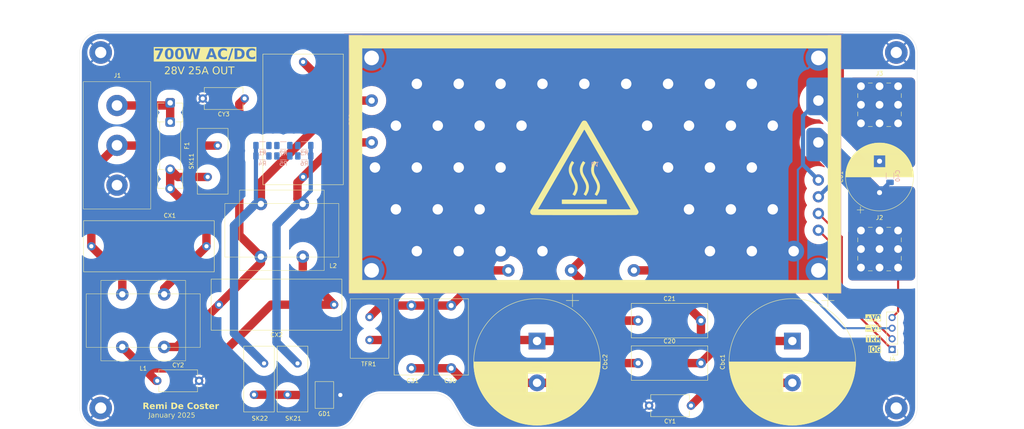
<source format=kicad_pcb>
(kicad_pcb (version 20240108) (generator "pcbnew") (generator_version "8.0")
  (layers (0 "F.Cu" signal) (31 "B.Cu" signal) (34 "B.Paste" user) (35 "F.Paste" user) (36 "B.SilkS" user "B.Silkscreen") (37 "F.SilkS" user "F.Silkscreen") (38 "B.Mask" user) (39 "F.Mask" user) (44 "Edge.Cuts" user))
  (net 0 "")
  (net 1 "FG")
  (net 2 "Net-(CX1-Pad1)")
  (net 3 "Net-(CX2-Pad1)")
  (net 4 "Net-(CX2-Pad2)")
  (net 5 "Net-(J1-Pin_1)")
  (net 6 "/-VO")
  (net 7 "Net-(R1-Pad2)")
  (net 8 "Net-(R2-Pad2)")
  (net 9 "Net-(R4-Pad2)")
  (net 10 "Net-(R5-Pad2)")
  (net 11 "AC1")
  (net 12 "AC2")
  (net 13 "Net-(GD1-Pad3)")
  (net 14 "+BC")
  (net 15 "-BC")
  (net 16 "R")
  (net 17 "/+VO")
  (net 18 "Net-(J1-Pin_2)")
  (net 19 "Net-(J4-Pin_1)")
  (net 20 "Net-(J4-Pin_2)")
  (footprint "LOGO" (layer "F.Cu") (at 184 81.5)
    (property "Reference" "G***" (hide yes))
    (property "Value" "LOGO" (hide yes))
  )
  (footprint "Capacitor_THT:C_Rect_L18.0mm_W8.0mm_P15.00mm_FKS3_FKP3" (layer "F.Cu") (at 196.85 128.27)
    (property "Reference" "C20" (at 7.5 -5.25 0) (layer "F.SilkS"))
    (property "Value" "680nF")
    (pad "1" thru_hole circle (at 0 0) (size 2.4 2.4) (drill 1.2) (layers "*.Cu" "*.Mask") (net 14 "+BC"))
    (pad "2" thru_hole circle (at 15 0) (size 2.4 2.4) (drill 1.2) (layers "*.Cu" "*.Mask") (net 15 "-BC"))
  )
  (footprint "MountingHole:MountingHole_2.7mm_M2.5_Pad" (layer "F.Cu") (at 258.5 54)
    (property "Reference" "H4" (hide yes))
    (property "Value" "MountingHole_Pad")
    (pad "1" thru_hole circle (at 0 0) (size 5.4 5.4) (drill 2.7) (layers "*.Cu" "*.Mask") (net 1 "FG"))
  )
  (footprint "Capacitor_THT:CP_Radial_D30.0mm_P10.00mm_SnapIn" (layer "F.Cu") (at 233.68 122.982066 -90)
    (property "Reference" "Cbc1" (at 5.017934 16.68 -90) (layer "F.SilkS"))
    (property "Value" "2x390uF")
    (pad "1" thru_hole rect (at 0 0 270) (size 4 4) (drill 2) (layers "*.Cu" "*.Mask") (net 14 "+BC"))
    (pad "2" thru_hole circle (at 10 0 270) (size 4 4) (drill 2) (layers "*.Cu" "*.Mask") (net 15 "-BC"))
  )
  (footprint "ACDC_TUNS700F:TFR_DFP10112" (layer "F.Cu") (at 132.7 120 -90)
    (property "Reference" "TFR1" (at 8.5 0.2 0) (layer "F.SilkS"))
    (property "Value" "10R 139°C")
    (pad "1" thru_hole circle (at -2.75 0 270) (size 2 2) (drill 1) (layers "*.Cu" "*.Mask") (net 16 "R"))
    (pad "2" thru_hole circle (at 2.75 0 270) (size 2 2) (drill 1) (layers "*.Cu" "*.Mask") (net 14 "+BC"))
  )
  (footprint "Capacitor_THT:C_Rect_L18.0mm_W8.0mm_P15.00mm_FKS3_FKP3" (layer "F.Cu") (at 152.2 114.5 -90)
    (property "Reference" "C30" (at 18 0.2 180) (layer "F.SilkS"))
    (property "Value" "680nF")
    (pad "1" thru_hole circle (at 0 0 270) (size 2.4 2.4) (drill 1.2) (layers "*.Cu" "*.Mask") (net 16 "R"))
    (pad "2" thru_hole circle (at 15 0 270) (size 2.4 2.4) (drill 1.2) (layers "*.Cu" "*.Mask") (net 15 "-BC"))
  )
  (footprint "MountingHole:MountingHole_2.7mm_M2.5_Pad" (layer "F.Cu") (at 258.5 139)
    (property "Reference" "H2" (hide yes))
    (property "Value" "MountingHole_Pad")
    (pad "1" thru_hole circle (at 0 0) (size 5.4 5.4) (drill 2.7) (layers "*.Cu" "*.Mask") (net 1 "FG"))
  )
  (footprint "Capacitor_THT:C_Rect_L18.0mm_W8.0mm_P15.00mm_FKS3_FKP3" (layer "F.Cu") (at 196.85 118.11)
    (property "Reference" "C21" (at 7.5 -5.25 0) (layer "F.SilkS"))
    (property "Value" "2x680nF")
    (pad "1" thru_hole circle (at 0 0) (size 2.4 2.4) (drill 1.2) (layers "*.Cu" "*.Mask") (net 14 "+BC"))
    (pad "2" thru_hole circle (at 15 0) (size 2.4 2.4) (drill 1.2) (layers "*.Cu" "*.Mask") (net 15 "-BC"))
  )
  (footprint "ACDC_TUNS700F:terminal_NC6-P108-03" (layer "F.Cu") (at 72.39 76.2 -90)
    (property "Reference" "J1" (at -16.7 -0.11 0) (layer "F.SilkS"))
    (property "Value" "Screw_Terminal_01x03")
    (pad "1" thru_hole circle (at -9.525 0 270) (size 5.08 5.08) (drill 2.54) (layers "*.Cu" "*.Mask") (net 5 "Net-(J1-Pin_1)"))
    (pad "2" thru_hole circle (at 0 0 270) (size 5.08 5.08) (drill 2.54) (layers "*.Cu" "*.Mask") (net 18 "Net-(J1-Pin_2)"))
    (pad "3" thru_hole circle (at 9.525 0 270) (size 5.08 5.08) (drill 2.54) (layers "*.Cu" "*.Mask") (net 1 "FG"))
  )
  (footprint "ACDC_TUNS700F:GDT_2093-300-SM-RPLF" (layer "F.Cu") (at 121.92 135.89 180)
    (property "Reference" "GD1" (at 0 -4.5 0) (layer "F.SilkS"))
    (property "Value" "GDT_2Pin")
    (pad "1" smd rect (at -1.75 0 180) (size 1.3 7.2) (layers "F.Cu" "F.Paste" "F.Mask") (net 1 "FG"))
    (pad "3" smd rect (at 1.75 0 180) (size 1.3 7.2) (layers "F.Cu" "F.Paste" "F.Mask") (net 13 "Net-(GD1-Pad3)"))
  )
  (footprint "TerminalBlock_Wuerth:Wuerth_REDCUBE-THR_WP-THRSH_74651194_THR" (layer "F.Cu") (at 254.5 66.5)
    (property "Reference" "J3" (at 0 -7.5 0) (layer "F.SilkS"))
    (property "Value" "-VO")
    (pad "1" thru_hole circle (at -4.435 -4.435) (size 3.2 3.2) (drill 1.85) (layers "*.Cu" "*.Mask") (net 6 "/-VO"))
    (pad "1" thru_hole circle (at -4.435 0) (size 3.2 3.2) (drill 1.85) (layers "*.Cu" "*.Mask") (net 6 "/-VO"))
    (pad "1" thru_hole circle (at -4.435 4.435) (size 3.2 3.2) (drill 1.85) (layers "*.Cu" "*.Mask") (net 6 "/-VO"))
    (pad "1" thru_hole circle (at 0 -4.435) (size 3.2 3.2) (drill 1.85) (layers "*.Cu" "*.Mask") (net 6 "/-VO"))
    (pad "1" thru_hole circle (at 0 0) (size 3.2 3.2) (drill 1.85) (layers "*.Cu" "*.Mask") (net 6 "/-VO"))
    (pad "1" thru_hole circle (at 0 4.435) (size 3.2 3.2) (drill 1.85) (layers "*.Cu" "*.Mask") (net 6 "/-VO"))
    (pad "1" thru_hole circle (at 4.435 -4.435) (size 3.2 3.2) (drill 1.85) (layers "*.Cu" "*.Mask") (net 6 "/-VO"))
    (pad "1" thru_hole circle (at 4.435 0) (size 3.2 3.2) (drill 1.85) (layers "*.Cu" "*.Mask") (net 6 "/-VO"))
    (pad "1" thru_hole circle (at 4.435 4.435) (size 3.2 3.2) (drill 1.85) (layers "*.Cu" "*.Mask") (net 6 "/-VO"))
  )
  (footprint "ACDC_TUNS700F:RV_Disc_D15,5mm_W7,1mm_P7,5mm" (layer "F.Cu") (at 95.25 80.01 90)
    (property "Reference" "SK11" (at 0 -5.08 90) (layer "F.SilkS"))
    (property "Value" "620V")
    (pad "1" thru_hole circle (at -3.75 -1.2 90) (size 2 2) (drill 1) (layers "*.Cu" "*.Mask") (net 2 "Net-(CX1-Pad1)"))
    (pad "2" thru_hole circle (at 3.75 1.2 90) (size 2 2) (drill 1) (layers "*.Cu" "*.Mask") (net 18 "Net-(J1-Pin_2)"))
  )
  (footprint "Capacitor_THT:C_Disc_D9.0mm_W5.0mm_P10.00mm" (layer "F.Cu") (at 102.87 65 180)
    (property "Reference" "CY3" (at 5 -3.75 360) (layer "F.SilkS"))
    (property "Value" "2.2nF")
    (pad "1" thru_hole circle (at 0 0 180) (size 2 2) (drill 1) (layers "*.Cu" "*.Mask") (net 3 "Net-(CX2-Pad1)"))
    (pad "2" thru_hole circle (at 10 0 180) (size 2 2) (drill 1) (layers "*.Cu" "*.Mask") (net 1 "FG"))
  )
  (footprint "Capacitor_THT:C_Disc_D9.0mm_W5.0mm_P10.00mm" (layer "F.Cu") (at 82 132.5)
    (property "Reference" "CY2" (at 5 -3.75 360) (layer "F.SilkS"))
    (property "Value" "2.2nF")
    (pad "1" thru_hole circle (at 0 0) (size 2 2) (drill 1) (layers "*.Cu" "*.Mask") (net 4 "Net-(CX2-Pad2)"))
    (pad "2" thru_hole circle (at 10 0) (size 2 2) (drill 1) (layers "*.Cu" "*.Mask") (net 1 "FG"))
  )
  (footprint "ACDC_TUNS700F:CAP-ECQ-UAAF335K" (layer "F.Cu") (at 116.84 70 -90)
    (property "Reference" "C11" (at 0 -11.43 -90) (layer "F.SilkS"))
    (property "Value" "3.3uF")
    (pad "1" thru_hole circle (at -13.75 0 270) (size 2 2) (drill 1) (layers "*.Cu" "*.Mask") (net 11 "AC1"))
    (pad "2" thru_hole circle (at 13.75 0 270) (size 2 2) (drill 1) (layers "*.Cu" "*.Mask") (net 12 "AC2"))
  )
  (footprint "ACDC_TUNS700F:RV_Disc_D15,5mm_W7,1mm_P7,5mm" (layer "F.Cu") (at 106.31 132.08 -90)
    (property "Reference" "SK22" (at 9.42 -0.19 0) (layer "F.SilkS"))
    (property "Value" "620V")
    (pad "1" thru_hole circle (at -3.75 -1.2 270) (size 2 2) (drill 1) (layers "*.Cu" "*.Mask") (net 11 "AC1"))
    (pad "2" thru_hole circle (at 3.75 1.2 270) (size 2 2) (drill 1) (layers "*.Cu" "*.Mask") (net 13 "Net-(GD1-Pad3)"))
  )
  (footprint "MountingHole:MountingHole_2.7mm_M2.5_Pad" (layer "F.Cu") (at 68.5 139)
    (property "Reference" "H1" (hide yes))
    (property "Value" "MountingHole_Pad")
    (pad "1" thru_hole circle (at 0 0) (size 5.4 5.4) (drill 2.7) (layers "*.Cu" "*.Mask") (net 1 "FG"))
  )
  (footprint "Capacitor_THT:CP_Radial_D30.0mm_P10.00mm_SnapIn" (layer "F.Cu") (at 172.7 122.982066 -90)
    (property "Reference" "Cbc2" (at 5 -16.25 90) (layer "F.SilkS"))
    (property "Value" "2x390uF")
    (pad "1" thru_hole rect (at 0 0 270) (size 4 4) (drill 2) (layers "*.Cu" "*.Mask") (net 14 "+BC"))
    (pad "2" thru_hole circle (at 10 0 270) (size 4 4) (drill 2) (layers "*.Cu" "*.Mask") (net 15 "-BC"))
  )
  (footprint "Capacitor_THT:C_Disc_D9.0mm_W5.0mm_P10.00mm" (layer "F.Cu") (at 209.47 138.43 180)
    (property "Reference" "CY1" (at 5 -3.75 360) (layer "F.SilkS"))
    (property "Value" "2.2nF")
    (pad "1" thru_hole circle (at 0 0 180) (size 2 2) (drill 1) (layers "*.Cu" "*.Mask") (net 15 "-BC"))
    (pad "2" thru_hole circle (at 10 0 180) (size 2 2) (drill 1) (layers "*.Cu" "*.Mask") (net 1 "FG"))
  )
  (footprint "ACDC_TUNS700F:CMC_PH9455.405NL" (layer "F.Cu") (at 78.66 118.11 180)
    (property "Reference" "L1" (at 0 -11.43 0) (layer "F.SilkS"))
    (property "Value" "4.5mH")
    (pad "1" thru_hole circle (at -5 6.3 180) (size 3 3) (drill 1.5) (layers "*.Cu" "*.Mask") (net 2 "Net-(CX1-Pad1)"))
    (pad "2" thru_hole circle (at 5 6.3 180) (size 3 3) (drill 1.5) (layers "*.Cu" "*.Mask") (net 18 "Net-(J1-Pin_2)"))
    (pad "3" thru_hole circle (at 5 -6.3 180) (size 3 3) (drill 1.5) (layers "*.Cu" "*.Mask") (net 4 "Net-(CX2-Pad2)"))
    (pad "4" thru_hole circle (at -5 -6.3 180) (size 3 3) (drill 1.5) (layers "*.Cu" "*.Mask") (net 3 "Net-(CX2-Pad1)"))
  )
  (footprint "Capacitor_THT:C_Rect_L18.0mm_W8.0mm_P15.00mm_FKS3_FKP3" (layer "F.Cu") (at 142.7 114.5 -90)
    (property "Reference" "C31" (at 18 -0.3 180) (layer "F.SilkS"))
    (property "Value" "2x680nF")
    (pad "1" thru_hole circle (at 0 0 270) (size 2.4 2.4) (drill 1.2) (layers "*.Cu" "*.Mask") (net 16 "R"))
    (pad "2" thru_hole circle (at 15 0 270) (size 2.4 2.4) (drill 1.2) (layers "*.Cu" "*.Mask") (net 15 "-BC"))
  )
  (footprint "MountingHole:MountingHole_2.7mm_M2.5_Pad" (layer "F.Cu") (at 68.5 54)
    (property "Reference" "H3" (hide yes))
    (property "Value" "MountingHole_Pad")
    (pad "1" thru_hole circle (at 0 0) (size 5.4 5.4) (drill 2.7) (layers "*.Cu" "*.Mask") (net 1 "FG"))
  )
  (footprint "Connector_PinHeader_2.54mm:PinHeader_1x04_P2.54mm_Vertical" (layer "F.Cu") (at 257.5 125 180)
    (property "Reference" "J4" (at 0 -2.33 180) (layer "F.SilkS"))
    (property "Value" "Conn_01x04_Pin")
    (pad "1" thru_hole rect (at 0 0 180) (size 1.7 1.7) (drill 1) (layers "*.Cu" "*.Mask") (net 19 "Net-(J4-Pin_1)"))
    (pad "2" thru_hole oval (at 0 2.54 180) (size 1.7 1.7) (drill 1) (layers "*.Cu" "*.Mask") (net 20 "Net-(J4-Pin_2)"))
    (pad "3" thru_hole oval (at 0 5.08 180) (size 1.7 1.7) (drill 1) (layers "*.Cu" "*.Mask") (net 6 "/-VO"))
    (pad "4" thru_hole oval (at 0 7.62 180) (size 1.7 1.7) (drill 1) (layers "*.Cu" "*.Mask") (net 17 "/+VO"))
  )
  (footprint "ACDC_TUNS700F:CAP-ECQ-UAAF155K" (layer "F.Cu") (at 110.49 114.3)
    (property "Reference" "CX2" (at 0.01 7.2 0) (layer "F.SilkS"))
    (property "Value" "1.5uF")
    (pad "1" thru_hole circle (at -13.75 0) (size 2 2) (drill 1) (layers "*.Cu" "*.Mask") (net 3 "Net-(CX2-Pad1)"))
    (pad "2" thru_hole circle (at 13.75 0) (size 2 2) (drill 1) (layers "*.Cu" "*.Mask") (net 4 "Net-(CX2-Pad2)"))
  )
  (footprint "Capacitor_THT:CP_Radial_D16.0mm_P7.50mm" (layer "F.Cu") (at 254.5 87.5 90)
    (property "Reference" "Co1" (at 3.75 -9.25 90) (layer "F.SilkS"))
    (property "Value" "1mF")
    (pad "1" thru_hole rect (at 0 0 90) (size 2.4 2.4) (drill 1.2) (layers "*.Cu" "*.Mask") (net 17 "/+VO"))
    (pad "2" thru_hole circle (at 7.5 0 90) (size 2.4 2.4) (drill 1.2) (layers "*.Cu" "*.Mask") (net 6 "/-VO"))
  )
  (footprint "ACDC_TUNS700F:CMC_PH9455.405NL" (layer "F.Cu") (at 111.76 96.52)
    (property "Reference" "L2" (at 12.24 8.48 0) (layer "F.SilkS"))
    (property "Value" "4.5mH")
    (pad "1" thru_hole circle (at -5 6.3) (size 3 3) (drill 1.5) (layers "*.Cu" "*.Mask") (net 3 "Net-(CX2-Pad1)"))
    (pad "2" thru_hole circle (at 5 6.3) (size 3 3) (drill 1.5) (layers "*.Cu" "*.Mask") (net 4 "Net-(CX2-Pad2)"))
    (pad "3" thru_hole circle (at 5 -6.3) (size 3 3) (drill 1.5) (layers "*.Cu" "*.Mask") (net 12 "AC2"))
    (pad "4" thru_hole circle (at -5 -6.3) (size 3 3) (drill 1.5) (layers "*.Cu" "*.Mask") (net 11 "AC1"))
  )
  (footprint "Fuse:Fuseholder_Clip-5x20mm_Littelfuse_100_Inline_P20.50x4.60mm_D1.30mm_Horizontal" (layer "F.Cu") (at 85.09 66.04 -90)
    (property "Reference" "F1" (at 10.25 -4 90) (layer "F.SilkS"))
    (property "Value" "15A")
    (pad "1" thru_hole roundrect (at 0 0 270) (size 2.3 2.3) (drill 1.3) (layers "*.Cu" "*.Mask") (net 5 "Net-(J1-Pin_1)"))
    (pad "1" thru_hole roundrect (at 4.6 0 270) (size 2.3 2.3) (drill 1.3) (layers "*.Cu" "*.Mask") (net 5 "Net-(J1-Pin_1)"))
    (pad "2" thru_hole circle (at 15.9 0 270) (size 2.3 2.3) (drill 1.3) (layers "*.Cu" "*.Mask") (net 2 "Net-(CX1-Pad1)"))
    (pad "2" thru_hole circle (at 20.5 0 270) (size 2.3 2.3) (drill 1.3) (layers "*.Cu" "*.Mask") (net 2 "Net-(CX1-Pad1)"))
  )
  (footprint "TerminalBlock_Wuerth:Wuerth_REDCUBE-THR_WP-THRSH_74651194_THR" (layer "F.Cu") (at 254.5 101)
    (property "Reference" "J2" (at 0 -7.5 0) (layer "F.SilkS"))
    (property "Value" "+VO")
    (pad "1" thru_hole circle (at -4.435 -4.435) (size 3.2 3.2) (drill 1.85) (layers "*.Cu" "*.Mask") (net 17 "/+VO"))
    (pad "1" thru_hole circle (at -4.435 0) (size 3.2 3.2) (drill 1.85) (layers "*.Cu" "*.Mask") (net 17 "/+VO"))
    (pad "1" thru_hole circle (at -4.435 4.435) (size 3.2 3.2) (drill 1.85) (layers "*.Cu" "*.Mask") (net 17 "/+VO"))
    (pad "1" thru_hole circle (at 0 -4.435) (size 3.2 3.2) (drill 1.85) (layers "*.Cu" "*.Mask") (net 17 "/+VO"))
    (pad "1" thru_hole circle (at 0 0) (size 3.2 3.2) (drill 1.85) (layers "*.Cu" "*.Mask") (net 17 "/+VO"))
    (pad "1" thru_hole circle (at 0 4.435) (size 3.2 3.2) (drill 1.85) (layers "*.Cu" "*.Mask") (net 17 "/+VO"))
    (pad "1" thru_hole circle (at 4.435 -4.435) (size 3.2 3.2) (drill 1.85) (layers "*.Cu" "*.Mask") (net 17 "/+VO"))
    (pad "1" thru_hole circle (at 4.435 0) (size 3.2 3.2) (drill 1.85) (layers "*.Cu" "*.Mask") (net 17 "/+VO"))
    (pad "1" thru_hole circle (at 4.435 4.435) (size 3.2 3.2) (drill 1.85) (layers "*.Cu" "*.Mask") (net 17 "/+VO"))
  )
  (footprint "ACDC_TUNS700F:CAP-ECQ-UAAF155K" (layer "F.Cu") (at 80.01 100.33 180)
    (property "Reference" "CX1" (at -4.99 7.33 0) (layer "F.SilkS"))
    (property "Value" "1.5uF")
    (pad "1" thru_hole circle (at -13.75 0 180) (size 2 2) (drill 1) (layers "*.Cu" "*.Mask") (net 2 "Net-(CX1-Pad1)"))
    (pad "2" thru_hole circle (at 13.75 0 180) (size 2 2) (drill 1) (layers "*.Cu" "*.Mask") (net 18 "Net-(J1-Pin_2)"))
  )
  (footprint "ACDC_TUNS700F:RV_Disc_D15,5mm_W7,1mm_P7,5mm" (layer "F.Cu") (at 114.31 132.08 -90)
    (property "Reference" "SK21" (at 9.42 -0.19 0) (layer "F.SilkS"))
    (property "Value" "620V")
    (pad "1" thru_hole circle (at -3.75 -1.2 270) (size 2 2) (drill 1) (layers "*.Cu" "*.Mask") (net 12 "AC2"))
    (pad "2" thru_hole circle (at 3.75 1.2 270) (size 2 2) (drill 1) (layers "*.Cu" "*.Mask") (net 13 "Net-(GD1-Pad3)"))
  )
  (footprint "Capacitor_SMD:C_1206_3216Metric_Pad1.33x1.80mm_HandSolder" (layer "B.Cu") (at 257 83.5 90)
    (property "Reference" "C40" (at 0 1.85 90) (layer "B.SilkS") (effects (justify mirror)))
    (property "Value" "10uF")
    (pad "1" smd roundrect (at -1.5625 0 90) (size 1.325 1.8) (layers "B.Cu" "B.Paste" "B.Mask") (roundrect_rratio 0.188679) (net 17 "/+VO"))
    (pad "2" smd roundrect (at 1.5625 0 90) (size 1.325 1.8) (layers "B.Cu" "B.Paste" "B.Mask") (roundrect_rratio 0.188679) (net 6 "/-VO"))
  )
  (footprint "Resistor_SMD:R_1206_3216Metric_Pad1.30x1.75mm_HandSolder" (layer "B.Cu") (at 117.12 76.24)
    (property "Reference" "R3" (at 0 1.82 360) (layer "B.SilkS") (effects (justify mirror)))
    (property "Value" "68k")
    (pad "1" smd roundrect (at -1.55 0) (size 1.3 1.75) (layers "B.Cu" "B.Paste" "B.Mask") (roundrect_rratio 0.192308) (net 8 "Net-(R2-Pad2)"))
    (pad "2" smd roundrect (at 1.55 0) (size 1.3 1.75) (layers "B.Cu" "B.Paste" "B.Mask") (roundrect_rratio 0.192308) (net 12 "AC2"))
  )
  (footprint "Resistor_SMD:R_1206_3216Metric_Pad1.30x1.75mm_HandSolder" (layer "B.Cu") (at 107.12 76.24)
    (property "Reference" "R1" (at 0 1.82 360) (layer "B.SilkS") (effects (justify mirror)))
    (property "Value" "68k")
    (pad "1" smd roundrect (at -1.55 0) (size 1.3 1.75) (layers "B.Cu" "B.Paste" "B.Mask") (roundrect_rratio 0.192308) (net 11 "AC1"))
    (pad "2" smd roundrect (at 1.55 0) (size 1.3 1.75) (layers "B.Cu" "B.Paste" "B.Mask") (roundrect_rratio 0.192308) (net 7 "Net-(R1-Pad2)"))
  )
  (footprint "Resistor_SMD:R_1206_3216Metric_Pad1.30x1.75mm_HandSolder" (layer "B.Cu") (at 117.12 78.74)
    (property "Reference" "R6" (at 0 1.82 360) (layer "B.SilkS") (effects (justify mirror)))
    (property "Value" "68k")
    (pad "1" smd roundrect (at -1.55 0) (size 1.3 1.75) (layers "B.Cu" "B.Paste" "B.Mask") (roundrect_rratio 0.192308) (net 10 "Net-(R5-Pad2)"))
    (pad "2" smd roundrect (at 1.55 0) (size 1.3 1.75) (layers "B.Cu" "B.Paste" "B.Mask") (roundrect_rratio 0.192308) (net 12 "AC2"))
  )
  (footprint "Resistor_SMD:R_1206_3216Metric_Pad1.30x1.75mm_HandSolder" (layer "B.Cu") (at 107.12 78.74)
    (property "Reference" "R4" (at 0 1.82 360) (layer "B.SilkS") (effects (justify mirror)))
    (property "Value" "68k")
    (pad "1" smd roundrect (at -1.55 0) (size 1.3 1.75) (layers "B.Cu" "B.Paste" "B.Mask") (roundrect_rratio 0.192308) (net 11 "AC1"))
    (pad "2" smd roundrect (at 1.55 0) (size 1.3 1.75) (layers "B.Cu" "B.Paste" "B.Mask") (roundrect_rratio 0.192308) (net 9 "Net-(R4-Pad2)"))
  )
  (footprint "Resistor_SMD:R_1206_3216Metric_Pad1.30x1.75mm_HandSolder" (layer "B.Cu") (at 112.12 78.74)
    (property "Reference" "R5" (at 0 1.82 360) (layer "B.SilkS") (effects (justify mirror)))
    (property "Value" "68k")
    (pad "1" smd roundrect (at -1.55 0) (size 1.3 1.75) (layers "B.Cu" "B.Paste" "B.Mask") (roundrect_rratio 0.192308) (net 9 "Net-(R4-Pad2)"))
    (pad "2" smd roundrect (at 1.55 0) (size 1.3 1.75) (layers "B.Cu" "B.Paste" "B.Mask") (roundrect_rratio 0.192308) (net 10 "Net-(R5-Pad2)"))
  )
  (footprint "ACDC_TUNS700F:TUNS700F28" (layer "B.Cu") (at 186.55 80.7)
    (property "Reference" "U1" (at 0 0 180) (layer "B.SilkS") (effects (justify mirror)))
    (property "Value" "TUNS700F28")
    (pad "1" thru_hole circle (at -53.35 -15.2) (size 3 3) (drill 1.5) (layers "*.Cu" "*.Mask") (net 11 "AC1"))
    (pad "2" thru_hole circle (at -53.35 -5.2) (size 3 3) (drill 1.5) (layers "*.Cu" "*.Mask") (net 12 "AC2"))
    (pad "3" thru_hole circle (at -20.7 25.4) (size 3 3) (drill 1.5) (layers "*.Cu" "*.Mask") (net 16 "R"))
    (pad "4" thru_hole circle (at -5.7 25.4) (size 3 3) (drill 1.5) (layers "*.Cu" "*.Mask") (net 14 "+BC"))
    (pad "5" thru_hole circle (at 9.3 25.4) (size 3 3) (drill 1.5) (layers "*.Cu" "*.Mask") (net 15 "-BC"))
    (pad "6" thru_hole circle (at 53.35 -5.2) (size 5 5) (drill 2.5) (layers "*.Cu" "*.Mask") (net 17 "/+VO"))
    (pad "7" thru_hole circle (at 53.35 -15.2) (size 5 5) (drill 2.5) (layers "*.Cu" "*.Mask") (net 6 "/-VO"))
    (pad "8" thru_hole circle (at 53.35 3.8) (size 2.7 2.7) (drill 1.5) (layers "*.Cu" "*.Mask") (net 6 "/-VO"))
    (pad "9" thru_hole circle (at 53.35 7.8) (size 2.7 2.7) (drill 1.5) (layers "*.Cu" "*.Mask") (net 17 "/+VO"))
    (pad "10" thru_hole circle (at 53.35 11.8) (size 2.7 2.7) (drill 1.5) (layers "*.Cu" "*.Mask") (net 20 "Net-(J4-Pin_2)"))
    (pad "11" thru_hole circle (at 53.35 15.8) (size 2.7 2.7) (drill 1.5) (layers "*.Cu" "*.Mask") (net 19 "Net-(J4-Pin_1)"))
    (pad "12" thru_hole circle (at -53.35 -25.4) (size 6.125 6.125) (drill 3.5) (layers "*.Cu" "*.Mask") (net 1 "FG"))
    (pad "12" thru_hole circle (at -53.35 25.4) (size 6.125 6.125) (drill 3.5) (layers "*.Cu" "*.Mask") (net 1 "FG"))
    (pad "12" thru_hole circle (at 53.35 -25.4) (size 6.125 6.125) (drill 3.5) (layers "*.Cu" "*.Mask") (net 1 "FG"))
    (pad "12" thru_hole circle (at 53.35 25.4) (size 6.125 6.125) (drill 3.5) (layers "*.Cu" "*.Mask") (net 1 "FG"))
  )
  (footprint "Resistor_SMD:R_1206_3216Metric_Pad1.30x1.75mm_HandSolder" (layer "B.Cu") (at 112.12 76.24)
    (property "Reference" "R2" (at 0 1.82 360) (layer "B.SilkS") (effects (justify mirror)))
    (property "Value" "68k")
    (pad "1" smd roundrect (at -1.55 0) (size 1.3 1.75) (layers "B.Cu" "B.Paste" "B.Mask") (roundrect_rratio 0.192308) (net 7 "Net-(R1-Pad2)"))
    (pad "2" smd roundrect (at 1.55 0) (size 1.3 1.75) (layers "B.Cu" "B.Paste" "B.Mask") (roundrect_rratio 0.192308) (net 8 "Net-(R2-Pad2)"))
  )
  (gr_line (start 158.85973 144) (end 258.5 144) (stroke (width 0.05)) (layer "Edge.Cuts"))
  (gr_line (start 63.5 139) (end 63.5 54) (stroke (width 0.05)) (layer "Edge.Cuts"))
  (gr_arc (start 263.5 139) (mid 262.035534 142.535534) (end 258.5 144) (stroke (width 0.05)) (layer "Edge.Cuts"))
  (gr_line (start 68.5 49) (end 258.5 49) (stroke (width 0.05)) (layer "Edge.Cuts"))
  (gr_arc (start 68.5 144) (mid 64.964466 142.535534) (end 63.5 139) (stroke (width 0.05)) (layer "Edge.Cuts"))
  (gr_arc (start 258.5 49) (mid 262.035534 50.464466) (end 263.5 54) (stroke (width 0.05)) (layer "Edge.Cuts"))
  (gr_line (start 135.35973 135.5) (end 148.14027 135.5) (stroke (width 0.05)) (layer "Edge.Cuts"))
  (gr_arc (start 131.050059 137.964899) (mid 132.877345 136.159763) (end 135.35973 135.5) (stroke (width 0.05)) (layer "Edge.Cuts"))
  (gr_line (start 263.5 54) (end 263.5 139) (stroke (width 0.05)) (layer "Edge.Cuts"))
  (gr_line (start 128.949941 141.5351) (end 131.050059 137.964899) (stroke (width 0.05)) (layer "Edge.Cuts"))
  (gr_arc (start 128.949941 141.5351) (mid 127.122658 143.340247) (end 124.64027 144) (stroke (width 0.05)) (layer "Edge.Cuts"))
  (gr_arc (start 63.5 54) (mid 64.964466 50.464466) (end 68.5 49) (stroke (width 0.05)) (layer "Edge.Cuts"))
  (gr_arc (start 148.14027 135.5) (mid 150.622668 136.159741) (end 152.449941 137.964899) (stroke (width 0.05)) (layer "Edge.Cuts"))
  (gr_line (start 152.449941 137.964899) (end 154.550059 141.5351) (stroke (width 0.05)) (layer "Edge.Cuts"))
  (gr_arc (start 158.85973 144) (mid 156.377332 143.340259) (end 154.550059 141.5351) (stroke (width 0.05)) (layer "Edge.Cuts"))
  (gr_line (start 124.64027 144) (end 68.5 144) (stroke (width 0.05)) (layer "Edge.Cuts"))
  (gr_text "Remi De Coster" (at 78.5 139.5 0) (layer "F.SilkS") (effects (font (size 1.5 1.5) (thickness 0.125)) (justify left bottom)))
  (gr_text "+VO" (at 255 117.5 0) (layer "F.SilkS" knockout) (effects (font (size 1.2 1.2) (thickness 0.24) (bold yes)) (justify right)))
  (gr_text "TRM" (at 255 122.5 0) (layer "F.SilkS" knockout) (effects (font (size 1.2 1.2) (thickness 0.24) (bold yes)) (justify right)))
  (gr_text "January 2025" (at 85.5 141.5 0) (layer "F.SilkS") (effects (font (size 1.2 1.2) (thickness 0.125)) (justify bottom)))
  (gr_text "-VO" (at 255 120 0) (layer "F.SilkS" knockout) (effects (font (size 1.2 1.2) (thickness 0.24) (bold yes)) (justify right)))
  (gr_text "28V 25A OUT" (at 83.640342 59.5 0) (layer "F.SilkS") (effects (font (size 1.8 1.8) (thickness 0.25)) (justify left bottom)))
  (gr_text "IOG" (at 255 125 0) (layer "F.SilkS" knockout) (effects (font (size 1.2 1.2) (thickness 0.24) (bold yes)) (justify right)))
  (gr_text " 700W AC/DC " (at 80 56 0) (layer "F.SilkS" knockout) (effects (font (size 2.5 2.5) (thickness 0.3125)) (justify left bottom)))
  (segment (start 123.67 135.89) (end 125.73 135.89) (width 2) (layer "F.Cu") (net 1))
  (via (at 224 101.5) (size 5) (drill 2.5) (layers "F.Cu" "B.Cu") (net 1))
  (via (at 164 61.5) (size 5) (drill 2.5) (layers "F.Cu" "B.Cu") (net 1))
  (via (at 164 101.5) (size 5) (drill 2.5) (layers "F.Cu" "B.Cu") (net 1))
  (via (at 199 71.5) (size 5) (drill 2.5) (layers "F.Cu" "B.Cu") (net 1))
  (via (at 229 91.5) (size 5) (drill 2.5) (layers "F.Cu" "B.Cu") (net 1))
  (via (at 224 81.5) (size 5) (drill 2.5) (layers "F.Cu" "B.Cu") (net 1))
  (via (at 174 61.5) (size 5) (drill 2.5) (layers "F.Cu" "B.Cu") (net 1))
  (via (at 144 101.5) (size 5) (drill 2.5) (layers "F.Cu" "B.Cu") (net 1))
  (via (at 204 81.5) (size 5) (drill 2.5) (layers "F.Cu" "B.Cu") (net 1))
  (via (at 234 101.5) (size 5) (drill 2.5) (layers "F.Cu" "B.Cu") (net 1))
  (via (at 214 101.5) (size 5) (drill 2.5) (layers "F.Cu" "B.Cu") (net 1))
  (via (at 164 81.5) (size 5) (drill 2.5) (layers "F.Cu" "B.Cu") (net 1))
  (via (at 125.73 135.89) (size 2) (drill 1) (layers "F.Cu" "B.Cu") (net 1))
  (via (at 219 91.5) (size 5) (drill 2.5) (layers "F.Cu" "B.Cu") (net 1))
  (via (at 194 61.5) (size 5) (drill 2.5) (layers "F.Cu" "B.Cu") (net 1))
  (via (at 149 71.5) (size 5) (drill 2.5) (layers "F.Cu" "B.Cu") (net 1))
  (via (at 214 61.5) (size 5) (drill 2.5) (layers "F.Cu" "B.Cu") (net 1))
  (via (at 204 61.5) (size 5) (drill 2.5) (layers "F.Cu" "B.Cu") (net 1))
  (via (at 154 101.5) (size 5) (drill 2.5) (layers "F.Cu" "B.Cu") (net 1))
  (via (at 139 71.5) (size 5) (drill 2.5) (layers "F.Cu" "B.Cu") (net 1))
  (via (at 229 71.5) (size 5) (drill 2.5) (layers "F.Cu" "B.Cu") (net 1))
  (via (at 209 71.5) (size 5) (drill 2.5) (layers "F.Cu" "B.Cu") (net 1))
  (via (at 169 71.5) (size 5) (drill 2.5) (layers "F.Cu" "B.Cu") (net 1))
  (via (at 214 81.5) (size 5) (drill 2.5) (layers "F.Cu" "B.Cu") (net 1))
  (via (at 154 61.5) (size 5) (drill 2.5) (layers "F.Cu" "B.Cu") (net 1))
  (via (at 174 101.5) (size 5) (drill 2.5) (layers "F.Cu" "B.Cu") (net 1))
  (via (at 159 91.5) (size 5) (drill 2.5) (layers "F.Cu" "B.Cu") (net 1))
  (via (at 139 91.5) (size 5) (drill 2.5) (layers "F.Cu" "B.Cu") (net 1))
  (via (at 144 81.5) (size 5) (drill 2.5) (layers "F.Cu" "B.Cu") (net 1))
  (via (at 159 71.5) (size 5) (drill 2.5) (layers "F.Cu" "B.Cu") (net 1))
  (via (at 154 81.5) (size 5) (drill 2.5) (layers "F.Cu" "B.Cu") (net 1))
  (via (at 144 61.5) (size 5) (drill 2.5) (layers "F.Cu" "B.Cu") (net 1))
  (via (at 209 91.5) (size 5) (drill 2.5) (layers "F.Cu" "B.Cu") (net 1))
  (via (at 224 61.5) (size 5) (drill 2.5) (layers "F.Cu" "B.Cu") (net 1))
  (via (at 134 81.5) (size 5) (drill 2.5) (layers "F.Cu" "B.Cu") (net 1))
  (via (at 184 61.5) (size 5) (drill 2.5) (layers "F.Cu" "B.Cu") (net 1))
  (via (at 219 71.5) (size 5) (drill 2.5) (layers "F.Cu" "B.Cu") (net 1))
  (via (at 149 91.5) (size 5) (drill 2.5) (layers "F.Cu" "B.Cu") (net 1))
  (segment (start 93.76 95.21) (end 85.09 86.54) (width 2) (layer "F.Cu") (net 2))
  (segment (start 86.91 83.76) (end 85.09 81.94) (width 2) (layer "F.Cu") (net 2))
  (segment (start 85.09 81.94) (end 85.09 86.54) (width 2) (layer "F.Cu") (net 2))
  (segment (start 83.66 110.43) (end 83.66 111.81) (width 2) (layer "F.Cu") (net 2))
  (segment (start 93.76 100.33) (end 83.66 110.43) (width 2) (layer "F.Cu") (net 2))
  (segment (start 93.76 100.33) (end 93.76 95.21) (width 2) (layer "F.Cu") (net 2))
  (segment (start 94.05 83.76) (end 86.91 83.76) (width 2) (layer "F.Cu") (net 2))
  (segment (start 106.76 102.82) (end 101.6 97.66) (width 2) (layer "F.Cu") (net 3))
  (segment (start 101.6 66.27) (end 102.87 65) (width 2) (layer "F.Cu") (net 3))
  (segment (start 101.6 97.66) (end 101.6 66.27) (width 2) (layer "F.Cu") (net 3))
  (segment (start 106.76 104.28) (end 96.74 114.3) (width 2) (layer "F.Cu") (net 3))
  (segment (start 86.63 124.41) (end 96.74 114.3) (width 2) (layer "F.Cu") (net 3))
  (segment (start 83.66 124.41) (end 86.63 124.41) (width 2) (layer "F.Cu") (net 3))
  (segment (start 106.76 102.82) (end 106.76 104.28) (width 2) (layer "F.Cu") (net 3))
  (segment (start 116.76 106.82) (end 124.24 114.3) (width 2) (layer "F.Cu") (net 4))
  (segment (start 82 132.5) (end 81.75 132.5) (width 2) (layer "F.Cu") (net 4))
  (segment (start 78.79 129.54) (end 93.98 129.54) (width 2) (layer "F.Cu") (net 4))
  (segment (start 73.66 124.41) (end 78.79 129.54) (width 2) (layer "F.Cu") (net 4))
  (segment (start 109.22 114.3) (end 124.24 114.3) (width 2) (layer "F.Cu") (net 4))
  (segment (start 93.98 129.54) (end 109.22 114.3) (width 2) (layer "F.Cu") (net 4))
  (segment (start 116.76 102.82) (end 116.76 106.82) (width 2) (layer "F.Cu") (net 4))
  (segment (start 81.75 132.5) (end 78.79 129.54) (width 2) (layer "F.Cu") (net 4))
  (segment (start 85.09 70.64) (end 85.09 66.04) (width 2) (layer "F.Cu") (net 5))
  (segment (start 84.455 66.675) (end 72.39 66.675) (width 2) (layer "F.Cu") (net 5))
  (segment (start 85.09 66.04) (end 84.455 66.675) (width 2) (layer "F.Cu") (net 5))
  (segment (start 254.5 80) (end 254.4 80) (width 2) (layer "F.Cu") (net 6))
  (segment (start 254.4 80) (end 239.9 65.5) (width 2) (layer "F.Cu") (net 6))
  (segment (start 256.4375 81.9375) (end 254.5 80) (width 1) (layer "B.Cu") (net 6))
  (segment (start 235 109) (end 235 82.04) (width 0.5) (layer "B.Cu") (net 6))
  (segment (start 257 81.9375) (end 256.4375 81.9375) (width 1) (layer "B.Cu") (net 6))
  (segment (start 236.22 80.82) (end 236.22 69.18) (width 1) (layer "B.Cu") (net 6))
  (segment (start 236.22 69.18) (end 239.9 65.5) (width 1) (layer "B.Cu") (net 6))
  (segment (start 245.92 119.92) (end 235 109) (width 0.5) (layer "B.Cu") (net 6))
  (segment (start 257.5 119.92) (end 245.92 119.92) (width 0.5) (layer "B.Cu") (net 6))
  (segment (start 239.9 84.5) (end 236.22 80.82) (width 1) (layer "B.Cu") (net 6))
  (segment (start 235 82.04) (end 236.22 80.82) (width 0.5) (layer "B.Cu") (net 6))
  (segment (start 126.09 65.5) (end 116.84 56.25) (width 2) (layer "F.Cu") (net 11))
  (segment (start 126.09 65.68) (end 126.09 65.5) (width 2) (layer "F.Cu") (net 11))
  (segment (start 106.76 90.22) (end 106.76 85.01) (width 2) (layer "F.Cu") (net 11))
  (segment (start 133.2 65.5) (end 126.09 65.5) (width 2) (layer "F.Cu") (net 11))
  (segment (start 106.76 85.01) (end 126.09 65.68) (width 2) (layer "F.Cu") (net 11))
  (segment (start 105.49 90.22) (end 106.76 90.22) (width 2) (layer "B.Cu") (net 11))
  (segment (start 100.33 95.38) (end 105.49 90.22) (width 2) (layer "B.Cu") (net 11))
  (segment (start 107.51 128.33) (end 100.33 121.15) (width 2) (layer "B.Cu") (net 11))
  (segment (start 100.33 121.15) (end 100.33 95.38) (width 2) (layer "B.Cu") (net 11))
  (segment (start 105.57 89.03) (end 106.76 90.22) (width 1) (layer "B.Cu") (net 11))
  (segment (start 105.57 76.24) (end 105.57 89.03) (width 1) (layer "B.Cu") (net 11))
  (segment (start 116.76 90.22) (end 115.49 88.95) (width 2) (layer "F.Cu") (net 12))
  (segment (start 115.49 85.1) (end 116.84 83.75) (width 2) (layer "F.Cu") (net 12))
  (segment (start 125.09 75.5) (end 116.84 83.75) (width 2) (layer "F.Cu") (net 12))
  (segment (start 133.2 75.5) (end 125.09 75.5) (width 2) (layer "F.Cu") (net 12))
  (segment (start 115.49 88.95) (end 115.49 85.1) (width 2) (layer "F.Cu") (net 12))
  (segment (start 118.67 87.04) (end 116.76 88.95) (width 1) (layer "B.Cu") (net 12))
  (segment (start 116.76 88.95) (end 116.76 90.22) (width 1) (layer "B.Cu") (net 12))
  (segment (start 110.49 95.22) (end 115.49 90.22) (width 2) (layer "B.Cu") (net 12))
  (segment (start 115.51 128.33) (end 110.49 123.31) (width 2) (layer "B.Cu") (net 12))
  (segment (start 115.49 90.22) (end 116.76 90.22) (width 2) (layer "B.Cu") (net 12))
  (segment (start 110.49 123.31) (end 110.49 95.22) (width 2) (layer "B.Cu") (net 12))
  (segment (start 118.67 76.24) (end 118.67 78.74) (width 1) (layer "B.Cu") (net 12))
  (segment (start 118.67 78.74) (end 118.67 87.04) (width 1) (layer "B.Cu") (net 12))
  (segment (start 120.17 135.89) (end 113.17 135.89) (width 2) (layer "F.Cu") (net 13))
  (segment (start 113.17 135.89) (end 113.11 135.83) (width 2) (layer "F.Cu") (net 13))
  (segment (start 113.11 135.83) (end 105.11 135.83) (width 2) (layer "F.Cu") (net 13))
  (segment (start 192.42 128.27) (end 196.85 128.27) (width 2) (layer "F.Cu") (net 14))
  (segment (start 192.86 118.11) (end 180.85 106.1) (width 2) (layer "F.Cu") (net 14))
  (segment (start 185.35 101.6) (end 180.85 106.1) (width 2) (layer "F.Cu") (net 14))
  (segment (start 187.132066 122.982066) (end 192.42 128.27) (width 2) (layer "F.Cu") (net 14))
  (segment (start 203.6 101.6) (end 185.35 101.6) (width 2) (layer "F.Cu") (net 14))
  (segment (start 233.68 122.982066) (end 224.982066 122.982066) (width 2) (layer "F.Cu") (net 14))
  (segment (start 196.85 118.11) (end 192.004132 118.11) (width 2) (layer "F.Cu") (net 14))
  (segment (start 192.004132 118.11) (end 187.132066 122.982066) (width 2) (layer "F.Cu") (net 14))
  (segment (start 224.982066 122.982066) (end 203.6 101.6) (width 2) (layer "F.Cu") (net 14))
  (segment (start 172.7 122.982066) (end 187.132066 122.982066) (width 2) (layer "F.Cu") (net 14))
  (segment (start 196.85 118.11) (end 192.86 118.11) (width 2) (layer "F.Cu") (net 14))
  (segment (start 172.467934 122.75) (end 172.7 122.982066) (width 2) (layer "F.Cu") (net 14))
  (segment (start 132.7 122.75) (end 172.467934 122.75) (width 2) (layer "F.Cu") (net 14))
  (segment (start 155.682066 132.982066) (end 152.2 129.5) (width 2) (layer "F.Cu") (net 15))
  (segment (start 211.85 118.11) (end 211.85 121.99) (width 2) (layer "F.Cu") (net 15))
  (segment (start 211.85 117.87) (end 200.08 106.1) (width 2) (layer "F.Cu") (net 15))
  (segment (start 211.85 121.99) (end 213.36 123.5) (width 2) (layer "F.Cu") (net 15))
  (segment (start 199.267934 132.982066) (end 172.7 132.982066) (width 2) (layer "F.Cu") (net 15))
  (segment (start 213.36 123.5) (end 214.99 125.13) (width 2) (layer "F.Cu") (net 15))
  (segment (start 211.85 128.27) (end 203.98 128.27) (width 2) (layer "F.Cu") (net 15))
  (segment (start 222.842066 132.982066) (end 213.36 123.5) (width 2) (layer "F.Cu") (net 15))
  (segment (start 233.68 132.982066) (end 222.842066 132.982066) (width 2) (layer "F.Cu") (net 15))
  (segment (start 200.08 106.1) (end 195.85 106.1) (width 2) (layer "F.Cu") (net 15))
  (segment (start 209.47 138.43) (end 214.917934 132.982066) (width 2) (layer "F.Cu") (net 15))
  (segment (start 211.85 118.11) (end 211.85 117.87) (width 2) (layer "F.Cu") (net 15))
  (segment (start 203.98 128.27) (end 199.267934 132.982066) (width 2) (layer "F.Cu") (net 15))
  (segment (start 214.99 125.13) (end 211.85 128.27) (width 2) (layer "F.Cu") (net 15))
  (segment (start 214.917934 132.982066) (end 222.842066 132.982066) (width 2) (layer "F.Cu") (net 15))
  (segment (start 142.7 129.5) (end 152.2 129.5) (width 2) (layer "F.Cu") (net 15))
  (segment (start 172.7 132.982066) (end 155.682066 132.982066) (width 2) (layer "F.Cu") (net 15))
  (segment (start 142.7 114.5) (end 152.2 114.5) (width 2) (layer "F.Cu") (net 16))
  (segment (start 135.45 114.5) (end 132.7 117.25) (width 2) (layer "F.Cu") (net 16))
  (segment (start 142.7 114.5) (end 135.45 114.5) (width 2) (layer "F.Cu") (net 16))
  (segment (start 165.85 106.1) (end 160.6 106.1) (width 2) (layer "F.Cu") (net 16))
  (segment (start 160.6 106.1) (end 152.2 114.5) (width 2) (layer "F.Cu") (net 16))
  (segment (start 258.935 115.945) (end 257.5 117.38) (width 0.5) (layer "F.Cu") (net 17))
  (segment (start 254.5 87.5) (end 251.9 87.5) (width 2) (layer "F.Cu") (net 17))
  (segment (start 251.9 87.5) (end 239.9 75.5) (width 2) (layer "F.Cu") (net 17))
  (segment (start 258.935 105.435) (end 258.935 115.945) (width 0.5) (layer "F.Cu") (net 17))
  (segment (start 257 85.0625) (end 256.9375 85.0625) (width 1) (layer "B.Cu") (net 17))
  (segment (start 256.9375 85.0625) (end 254.5 87.5) (width 1) (layer "B.Cu") (net 17))
  (segment (start 243.1 78.7) (end 239.9 75.5) (width 1) (layer "B.Cu") (net 17))
  (segment (start 243.1 85.3) (end 243.1 78.7) (width 1) (layer "B.Cu") (net 17))
  (segment (start 239.9 88.5) (end 243.1 85.3) (width 1) (layer "B.Cu") (net 17))
  (segment (start 96.45 76.26) (end 72.45 76.26) (width 2) (layer "F.Cu") (net 18))
  (segment (start 66.26 100.33) (end 66.26 82.33) (width 2) (layer "F.Cu") (net 18))
  (segment (start 66.26 82.33) (end 72.39 76.2) (width 2) (layer "F.Cu") (net 18))
  (segment (start 72.45 76.26) (end 72.39 76.2) (width 2) (layer "F.Cu") (net 18))
  (segment (start 73.66 107.73) (end 73.66 111.81) (width 2) (layer "F.Cu") (net 18))
  (segment (start 66.26 100.33) (end 73.66 107.73) (width 2) (layer "F.Cu") (net 18))
  (segment (start 244 111.5) (end 257.5 125) (width 0.5) (layer "F.Cu") (net 19))
  (segment (start 239.9 96.5) (end 244 100.6) (width 0.5) (layer "F.Cu") (net 19))
  (segment (start 244 100.6) (end 244 111.5) (width 0.5) (layer "F.Cu") (net 19))
  (segment (start 245.5 110.46) (end 257.5 122.46) (width 0.5) (layer "F.Cu") (net 20))
  (segment (start 239.9 92.5) (end 245.5 98.1) (width 0.5) (layer "F.Cu") (net 20))
  (segment (start 245.5 98.1) (end 245.5 110.46) (width 0.5) (layer "F.Cu") (net 20))
  (zone (net 1) (net_name "FG") (layer "F.Cu") (priority 3) (connect_pads yes (clearance 2)) (min_thickness 0.25) (fill yes (thermal_gap 0.5) (thermal_bridge_width 0.5) (smoothing fillet) (radius 1))
    (polygon (pts (xy 126.5 111.5) (xy 246 111.5) (xy 246 48.5) (xy 126.5 48.5)))
  )
  (zone (net 6) (net_name "/-VO") (layers "F&B.Cu") (priority 1) (connect_pads yes (clearance 0.25)) (min_thickness 0.25) (fill yes (thermal_gap 0.5) (thermal_bridge_width 0.5) (smoothing fillet) (radius 1))
    (polygon (pts (xy 237 60) (xy 263 60) (xy 263 81.5) (xy 253 81.5) (xy 240.5 69) (xy 237 69)))
  )
  (zone (net 17) (net_name "/+VO") (layers "F&B.Cu") (priority 2) (connect_pads yes (clearance 0.25)) (min_thickness 0.25) (fill yes (thermal_gap 0.5) (thermal_bridge_width 0.5) (smoothing fillet) (radius 1))
    (polygon (pts (xy 237 72) (xy 237 80) (xy 240.5 80) (xy 247 87) (xy 247 108.5) (xy 263 108.5) (xy 263 86) (xy 254.5 86) (xy 240.5 72)))
  )
  (zone (net 1) (net_name "FG") (layer "B.Cu") (connect_pads (clearance 2)) (min_thickness 0.25) (fill yes (thermal_gap 0.5) (thermal_bridge_width 0.5) (smoothing fillet) (radius 1))
    (polygon (pts (xy 44.45 46.99) (xy 44.45 143.51) (xy 276.86 143.51) (xy 276.86 46.99)))
  )
)
</source>
